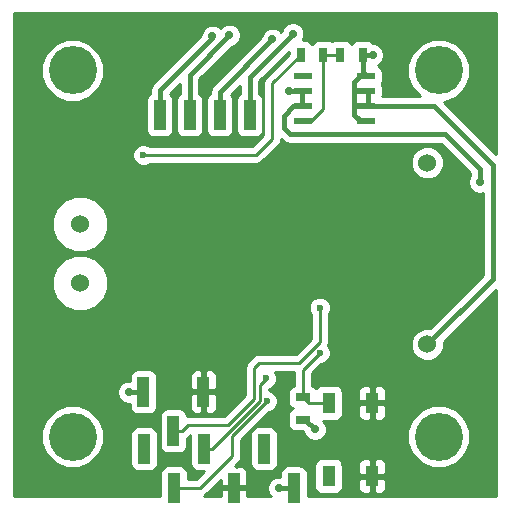
<source format=gbr>
G04 #@! TF.FileFunction,Copper,L1,Top,Signal*
%FSLAX46Y46*%
G04 Gerber Fmt 4.6, Leading zero omitted, Abs format (unit mm)*
G04 Created by KiCad (PCBNEW 4.0.6) date Sunday, 03. June 2018 14:30:46*
%MOMM*%
%LPD*%
G01*
G04 APERTURE LIST*
%ADD10C,0.100000*%
%ADD11R,1.300000X0.700000*%
%ADD12R,1.100000X1.800000*%
%ADD13C,4.064000*%
%ADD14R,1.000000X2.510000*%
%ADD15C,1.524000*%
%ADD16R,0.700000X1.300000*%
%ADD17R,1.550000X0.600000*%
%ADD18C,0.700000*%
%ADD19C,0.600000*%
%ADD20C,0.400000*%
%ADD21C,0.250000*%
%ADD22C,0.254000*%
G04 APERTURE END LIST*
D10*
D11*
X201168000Y-72374800D03*
X201168000Y-70474800D03*
D12*
X207031200Y-70966400D03*
X207031200Y-77166400D03*
X203331200Y-70966400D03*
X203331200Y-77166400D03*
D13*
X181654800Y-42818400D03*
X212654800Y-42818400D03*
X181654800Y-73818400D03*
X212654800Y-73818400D03*
D14*
X190246000Y-78159800D03*
X195326000Y-78159800D03*
X200406000Y-78159800D03*
X187706000Y-74849800D03*
X192786000Y-74849800D03*
X197866000Y-74849800D03*
X190195200Y-73333800D03*
X187655200Y-70023800D03*
X192735200Y-70023800D03*
D15*
X182302400Y-55818400D03*
X182302400Y-60818400D03*
X211702400Y-50618400D03*
X211702400Y-66018400D03*
D16*
X200980000Y-41503600D03*
X202880000Y-41503600D03*
X206232800Y-41503600D03*
X204332800Y-41503600D03*
D14*
X194106800Y-46583600D03*
X189026800Y-46583600D03*
X196646800Y-46583600D03*
X191566800Y-46583600D03*
D17*
X206535000Y-47117000D03*
X206535000Y-45847000D03*
X206535000Y-44577000D03*
X206535000Y-43307000D03*
X201135000Y-43307000D03*
X201135000Y-44577000D03*
X201135000Y-45847000D03*
X201135000Y-47117000D03*
D18*
X207060800Y-41503600D03*
X202184000Y-73202800D03*
X186436000Y-70053200D03*
X199136000Y-78181200D03*
D19*
X204787500Y-39624000D03*
X190246000Y-55473600D03*
X202996800Y-60909200D03*
X191719200Y-66903600D03*
X213207600Y-58115200D03*
X209753200Y-53949600D03*
D18*
X199961500Y-44577000D03*
X216154000Y-52260500D03*
D19*
X198018400Y-68884800D03*
X198120000Y-70815200D03*
X202575142Y-66735942D03*
X202590400Y-62890400D03*
D18*
X200304400Y-39725600D03*
X198577200Y-40182800D03*
X194919600Y-39827200D03*
X193497200Y-39928800D03*
D19*
X187642500Y-49974500D03*
D20*
X206232800Y-41503600D02*
X206232800Y-42910800D01*
X206232800Y-42910800D02*
X206629000Y-43307000D01*
X206629000Y-47117000D02*
X206057500Y-47117000D01*
X206057500Y-47117000D02*
X205486000Y-46545500D01*
X205486000Y-46545500D02*
X205486000Y-43815000D01*
X205486000Y-43815000D02*
X205994000Y-43307000D01*
X205994000Y-43307000D02*
X206629000Y-43307000D01*
X206232800Y-41503600D02*
X207060800Y-41503600D01*
X201168000Y-72374800D02*
X201356000Y-72374800D01*
X201356000Y-72374800D02*
X202184000Y-73202800D01*
X187655200Y-70023800D02*
X186465400Y-70023800D01*
X186465400Y-70023800D02*
X186436000Y-70053200D01*
X200406000Y-78159800D02*
X199157400Y-78159800D01*
X199157400Y-78159800D02*
X199136000Y-78181200D01*
X199961500Y-44577000D02*
X201041000Y-44577000D01*
X200342500Y-45847000D02*
X199517000Y-46672500D01*
X199517000Y-46672500D02*
X199517000Y-47688500D01*
X199517000Y-47688500D02*
X200025000Y-48196500D01*
X200025000Y-48196500D02*
X213169500Y-48196500D01*
X213169500Y-48196500D02*
X216154000Y-51181000D01*
X216154000Y-51181000D02*
X216154000Y-52260500D01*
X201041000Y-45847000D02*
X200342500Y-45847000D01*
X201041000Y-44577000D02*
X201041000Y-45847000D01*
D21*
X197494999Y-69459001D02*
X198018400Y-68935600D01*
X198018400Y-68935600D02*
X198018400Y-68884800D01*
X197494999Y-69509801D02*
X197494999Y-69459001D01*
X197319195Y-70979595D02*
X197494999Y-70803791D01*
X197494999Y-70803791D02*
X197494999Y-69509801D01*
X195998395Y-72300395D02*
X197319195Y-70979595D01*
X192786000Y-74849800D02*
X193448990Y-74849800D01*
X193448990Y-74849800D02*
X195998395Y-72300395D01*
X195173600Y-73761600D02*
X195665401Y-73269799D01*
X195665401Y-73269799D02*
X198120000Y-70815200D01*
X195173600Y-75438000D02*
X195173600Y-73761600D01*
X192451800Y-78159800D02*
X195173600Y-75438000D01*
X190246000Y-78159800D02*
X192451800Y-78159800D01*
X202575142Y-66735942D02*
X201168000Y-68143084D01*
X201168000Y-68143084D02*
X201168000Y-70474800D01*
X203331200Y-70966400D02*
X201659600Y-70966400D01*
X201659600Y-70966400D02*
X201168000Y-70474800D01*
X202590400Y-63957200D02*
X202590400Y-62890400D01*
X202590400Y-65836800D02*
X202590400Y-63957200D01*
X200863200Y-67564000D02*
X202590400Y-65836800D01*
X197459600Y-67564000D02*
X200863200Y-67564000D01*
X197044989Y-67978611D02*
X197459600Y-67564000D01*
X195548386Y-72113994D02*
X197044989Y-70617391D01*
X197044989Y-70617391D02*
X197044989Y-67978611D01*
X191431800Y-72847200D02*
X194815180Y-72847200D01*
X194815180Y-72847200D02*
X195548386Y-72113994D01*
X190195200Y-73333800D02*
X190945200Y-73333800D01*
X190945200Y-73333800D02*
X191431800Y-72847200D01*
D20*
X196646800Y-46583600D02*
X196646800Y-43383200D01*
X196646800Y-43383200D02*
X200304400Y-39725600D01*
X194106800Y-46583600D02*
X194106800Y-44653200D01*
X194106800Y-44653200D02*
X198577200Y-40182800D01*
X191566800Y-43180000D02*
X194919600Y-39827200D01*
X191566800Y-46583600D02*
X191566800Y-43180000D01*
X193497200Y-40030400D02*
X193497200Y-39928800D01*
X189026800Y-44500800D02*
X193497200Y-40030400D01*
X189026800Y-46583600D02*
X189026800Y-44500800D01*
X206629000Y-45847000D02*
X212280500Y-45847000D01*
X217233500Y-60487300D02*
X211702400Y-66018400D01*
X217233500Y-50800000D02*
X217233500Y-60487300D01*
X212280500Y-45847000D02*
X217233500Y-50800000D01*
X206629000Y-44577000D02*
X206629000Y-45847000D01*
D21*
X187642500Y-49974500D02*
X197167500Y-49974500D01*
X197167500Y-49974500D02*
X198564500Y-48577500D01*
X198564500Y-48577500D02*
X198564500Y-43919100D01*
X198564500Y-43919100D02*
X200980000Y-41503600D01*
X200980000Y-41503600D02*
X200980000Y-41640800D01*
X201041000Y-47117000D02*
X201803000Y-47117000D01*
X202880000Y-46040000D02*
X202880000Y-41503600D01*
X201803000Y-47117000D02*
X202880000Y-46040000D01*
X202880000Y-41503600D02*
X204332800Y-41503600D01*
X204332800Y-41503600D02*
X204332800Y-41620400D01*
D22*
G36*
X217539500Y-49925132D02*
X213100158Y-45485790D01*
X213182972Y-45485862D01*
X214163561Y-45080691D01*
X214914455Y-44331107D01*
X215321336Y-43351227D01*
X215322262Y-42290228D01*
X214917091Y-41309639D01*
X214167507Y-40558745D01*
X213187627Y-40151864D01*
X212126628Y-40150938D01*
X211146039Y-40556109D01*
X210395145Y-41305693D01*
X209988264Y-42285573D01*
X209987338Y-43346572D01*
X210392509Y-44327161D01*
X211076153Y-45012000D01*
X207887646Y-45012000D01*
X207911440Y-44894500D01*
X207911440Y-44259500D01*
X207867162Y-44024183D01*
X207814920Y-43942997D01*
X207860431Y-43876390D01*
X207911440Y-43624500D01*
X207911440Y-42989500D01*
X207867162Y-42754183D01*
X207728090Y-42538059D01*
X207515890Y-42393069D01*
X207496827Y-42389209D01*
X207618029Y-42339129D01*
X207895355Y-42062286D01*
X208045628Y-41700388D01*
X208045970Y-41308531D01*
X207896329Y-40946371D01*
X207619486Y-40669045D01*
X207257588Y-40518772D01*
X207121852Y-40518654D01*
X207046890Y-40402159D01*
X206834690Y-40257169D01*
X206582800Y-40206160D01*
X205882800Y-40206160D01*
X205647483Y-40250438D01*
X205431359Y-40389510D01*
X205286369Y-40601710D01*
X205283719Y-40614797D01*
X205146890Y-40402159D01*
X204934690Y-40257169D01*
X204682800Y-40206160D01*
X203982800Y-40206160D01*
X203747483Y-40250438D01*
X203605631Y-40341717D01*
X203481890Y-40257169D01*
X203230000Y-40206160D01*
X202530000Y-40206160D01*
X202294683Y-40250438D01*
X202078559Y-40389510D01*
X201933569Y-40601710D01*
X201930919Y-40614797D01*
X201794090Y-40402159D01*
X201581890Y-40257169D01*
X201330000Y-40206160D01*
X201171396Y-40206160D01*
X201289228Y-39922388D01*
X201289570Y-39530531D01*
X201139929Y-39168371D01*
X200863086Y-38891045D01*
X200501188Y-38740772D01*
X200109331Y-38740430D01*
X199747171Y-38890071D01*
X199469845Y-39166914D01*
X199319572Y-39528812D01*
X199319571Y-39529561D01*
X199318227Y-39530905D01*
X199135886Y-39348245D01*
X198773988Y-39197972D01*
X198382131Y-39197630D01*
X198019971Y-39347271D01*
X197742645Y-39624114D01*
X197592372Y-39986012D01*
X197592371Y-39986761D01*
X193516366Y-44062766D01*
X193335361Y-44333659D01*
X193271800Y-44653200D01*
X193271800Y-44789582D01*
X193155359Y-44864510D01*
X193010369Y-45076710D01*
X192959360Y-45328600D01*
X192959360Y-47838600D01*
X193003638Y-48073917D01*
X193142710Y-48290041D01*
X193354910Y-48435031D01*
X193606800Y-48486040D01*
X194606800Y-48486040D01*
X194842117Y-48441762D01*
X195058241Y-48302690D01*
X195203231Y-48090490D01*
X195254240Y-47838600D01*
X195254240Y-45328600D01*
X195209962Y-45093283D01*
X195070890Y-44877159D01*
X195066624Y-44874244D01*
X195811800Y-44129068D01*
X195811800Y-44789582D01*
X195695359Y-44864510D01*
X195550369Y-45076710D01*
X195499360Y-45328600D01*
X195499360Y-47838600D01*
X195543638Y-48073917D01*
X195682710Y-48290041D01*
X195894910Y-48435031D01*
X196146800Y-48486040D01*
X197146800Y-48486040D01*
X197382117Y-48441762D01*
X197598241Y-48302690D01*
X197743231Y-48090490D01*
X197794240Y-47838600D01*
X197794240Y-45328600D01*
X197749962Y-45093283D01*
X197610890Y-44877159D01*
X197481800Y-44788956D01*
X197481800Y-43729068D01*
X199982560Y-41228308D01*
X199982560Y-41426238D01*
X198027099Y-43381699D01*
X197862352Y-43628261D01*
X197804500Y-43919100D01*
X197804500Y-48262698D01*
X196852698Y-49214500D01*
X188204963Y-49214500D01*
X188172827Y-49182308D01*
X187829299Y-49039662D01*
X187457333Y-49039338D01*
X187113557Y-49181383D01*
X186850308Y-49444173D01*
X186707662Y-49787701D01*
X186707338Y-50159667D01*
X186849383Y-50503443D01*
X187112173Y-50766692D01*
X187455701Y-50909338D01*
X187827667Y-50909662D01*
X187863004Y-50895061D01*
X210305158Y-50895061D01*
X210517390Y-51408703D01*
X210910030Y-51802029D01*
X211423300Y-52015157D01*
X211979061Y-52015642D01*
X212492703Y-51803410D01*
X212886029Y-51410770D01*
X213099157Y-50897500D01*
X213099642Y-50341739D01*
X212887410Y-49828097D01*
X212494770Y-49434771D01*
X211981500Y-49221643D01*
X211425739Y-49221158D01*
X210912097Y-49433390D01*
X210518771Y-49826030D01*
X210305643Y-50339300D01*
X210305158Y-50895061D01*
X187863004Y-50895061D01*
X188171443Y-50767617D01*
X188204618Y-50734500D01*
X197167500Y-50734500D01*
X197458339Y-50676648D01*
X197704901Y-50511901D01*
X199101901Y-49114901D01*
X199266648Y-48868340D01*
X199308014Y-48660382D01*
X199434565Y-48786934D01*
X199556397Y-48868339D01*
X199705459Y-48967939D01*
X200025000Y-49031500D01*
X212823632Y-49031500D01*
X215319000Y-51526868D01*
X215319000Y-51702886D01*
X215169172Y-52063712D01*
X215168830Y-52455569D01*
X215318471Y-52817729D01*
X215595314Y-53095055D01*
X215957212Y-53245328D01*
X216349069Y-53245670D01*
X216398500Y-53225246D01*
X216398500Y-60141432D01*
X211918344Y-64621588D01*
X211425739Y-64621158D01*
X210912097Y-64833390D01*
X210518771Y-65226030D01*
X210305643Y-65739300D01*
X210305158Y-66295061D01*
X210517390Y-66808703D01*
X210910030Y-67202029D01*
X211423300Y-67415157D01*
X211979061Y-67415642D01*
X212492703Y-67203410D01*
X212886029Y-66810770D01*
X213099157Y-66297500D01*
X213099589Y-65802079D01*
X217539500Y-61362168D01*
X217539500Y-78855500D01*
X201553440Y-78855500D01*
X201553440Y-76904800D01*
X201509162Y-76669483D01*
X201370090Y-76453359D01*
X201157890Y-76308369D01*
X200950641Y-76266400D01*
X202133760Y-76266400D01*
X202133760Y-78066400D01*
X202178038Y-78301717D01*
X202317110Y-78517841D01*
X202529310Y-78662831D01*
X202781200Y-78713840D01*
X203881200Y-78713840D01*
X204116517Y-78669562D01*
X204332641Y-78530490D01*
X204477631Y-78318290D01*
X204528640Y-78066400D01*
X204528640Y-77452150D01*
X205846200Y-77452150D01*
X205846200Y-78192709D01*
X205942873Y-78426098D01*
X206121501Y-78604727D01*
X206354890Y-78701400D01*
X206745450Y-78701400D01*
X206904200Y-78542650D01*
X206904200Y-77293400D01*
X207158200Y-77293400D01*
X207158200Y-78542650D01*
X207316950Y-78701400D01*
X207707510Y-78701400D01*
X207940899Y-78604727D01*
X208119527Y-78426098D01*
X208216200Y-78192709D01*
X208216200Y-77452150D01*
X208057450Y-77293400D01*
X207158200Y-77293400D01*
X206904200Y-77293400D01*
X206004950Y-77293400D01*
X205846200Y-77452150D01*
X204528640Y-77452150D01*
X204528640Y-76266400D01*
X204504874Y-76140091D01*
X205846200Y-76140091D01*
X205846200Y-76880650D01*
X206004950Y-77039400D01*
X206904200Y-77039400D01*
X206904200Y-75790150D01*
X207158200Y-75790150D01*
X207158200Y-77039400D01*
X208057450Y-77039400D01*
X208216200Y-76880650D01*
X208216200Y-76140091D01*
X208119527Y-75906702D01*
X207940899Y-75728073D01*
X207707510Y-75631400D01*
X207316950Y-75631400D01*
X207158200Y-75790150D01*
X206904200Y-75790150D01*
X206745450Y-75631400D01*
X206354890Y-75631400D01*
X206121501Y-75728073D01*
X205942873Y-75906702D01*
X205846200Y-76140091D01*
X204504874Y-76140091D01*
X204484362Y-76031083D01*
X204345290Y-75814959D01*
X204133090Y-75669969D01*
X203881200Y-75618960D01*
X202781200Y-75618960D01*
X202545883Y-75663238D01*
X202329759Y-75802310D01*
X202184769Y-76014510D01*
X202133760Y-76266400D01*
X200950641Y-76266400D01*
X200906000Y-76257360D01*
X199906000Y-76257360D01*
X199670683Y-76301638D01*
X199454559Y-76440710D01*
X199309569Y-76652910D01*
X199258560Y-76904800D01*
X199258560Y-77196307D01*
X198940931Y-77196030D01*
X198578771Y-77345671D01*
X198301445Y-77622514D01*
X198151172Y-77984412D01*
X198150830Y-78376269D01*
X198300471Y-78738429D01*
X198417338Y-78855500D01*
X196461000Y-78855500D01*
X196461000Y-78445550D01*
X196302250Y-78286800D01*
X195453000Y-78286800D01*
X195453000Y-78306800D01*
X195199000Y-78306800D01*
X195199000Y-78286800D01*
X194349750Y-78286800D01*
X194191000Y-78445550D01*
X194191000Y-78855500D01*
X192752289Y-78855500D01*
X192989201Y-78697201D01*
X194191000Y-77495402D01*
X194191000Y-77874050D01*
X194349750Y-78032800D01*
X195199000Y-78032800D01*
X195199000Y-78012800D01*
X195453000Y-78012800D01*
X195453000Y-78032800D01*
X196302250Y-78032800D01*
X196461000Y-77874050D01*
X196461000Y-76778491D01*
X196364327Y-76545102D01*
X196185699Y-76366473D01*
X195952310Y-76269800D01*
X195611750Y-76269800D01*
X195453002Y-76428548D01*
X195453002Y-76269800D01*
X195416602Y-76269800D01*
X195711001Y-75975401D01*
X195875748Y-75728840D01*
X195897604Y-75618960D01*
X195933600Y-75438000D01*
X195933600Y-74076402D01*
X196415202Y-73594800D01*
X196718560Y-73594800D01*
X196718560Y-76104800D01*
X196762838Y-76340117D01*
X196901910Y-76556241D01*
X197114110Y-76701231D01*
X197366000Y-76752240D01*
X198366000Y-76752240D01*
X198601317Y-76707962D01*
X198817441Y-76568890D01*
X198962431Y-76356690D01*
X199013440Y-76104800D01*
X199013440Y-74346572D01*
X209987338Y-74346572D01*
X210392509Y-75327161D01*
X211142093Y-76078055D01*
X212121973Y-76484936D01*
X213182972Y-76485862D01*
X214163561Y-76080691D01*
X214914455Y-75331107D01*
X215321336Y-74351227D01*
X215322262Y-73290228D01*
X214917091Y-72309639D01*
X214167507Y-71558745D01*
X213187627Y-71151864D01*
X212126628Y-71150938D01*
X211146039Y-71556109D01*
X210395145Y-72305693D01*
X209988264Y-73285573D01*
X209987338Y-74346572D01*
X199013440Y-74346572D01*
X199013440Y-73594800D01*
X198969162Y-73359483D01*
X198830090Y-73143359D01*
X198617890Y-72998369D01*
X198366000Y-72947360D01*
X197366000Y-72947360D01*
X197130683Y-72991638D01*
X196914559Y-73130710D01*
X196769569Y-73342910D01*
X196718560Y-73594800D01*
X196415202Y-73594800D01*
X198259680Y-71750322D01*
X198305167Y-71750362D01*
X198648943Y-71608317D01*
X198912192Y-71345527D01*
X199054838Y-71001999D01*
X199055162Y-70630033D01*
X198913117Y-70286257D01*
X198650327Y-70023008D01*
X198306799Y-69880362D01*
X198254999Y-69880317D01*
X198254999Y-69798711D01*
X198547343Y-69677917D01*
X198810592Y-69415127D01*
X198953238Y-69071599D01*
X198953562Y-68699633D01*
X198811517Y-68355857D01*
X198779716Y-68324000D01*
X200408000Y-68324000D01*
X200408000Y-69498058D01*
X200282683Y-69521638D01*
X200066559Y-69660710D01*
X199921569Y-69872910D01*
X199870560Y-70124800D01*
X199870560Y-70824800D01*
X199914838Y-71060117D01*
X200053910Y-71276241D01*
X200266110Y-71421231D01*
X200279197Y-71423881D01*
X200066559Y-71560710D01*
X199921569Y-71772910D01*
X199870560Y-72024800D01*
X199870560Y-72724800D01*
X199914838Y-72960117D01*
X200053910Y-73176241D01*
X200266110Y-73321231D01*
X200518000Y-73372240D01*
X201172572Y-73372240D01*
X201199273Y-73398941D01*
X201348471Y-73760029D01*
X201625314Y-74037355D01*
X201987212Y-74187628D01*
X202379069Y-74187970D01*
X202741229Y-74038329D01*
X203018555Y-73761486D01*
X203168828Y-73399588D01*
X203169170Y-73007731D01*
X203019529Y-72645571D01*
X202888027Y-72513840D01*
X203881200Y-72513840D01*
X204116517Y-72469562D01*
X204332641Y-72330490D01*
X204477631Y-72118290D01*
X204528640Y-71866400D01*
X204528640Y-71252150D01*
X205846200Y-71252150D01*
X205846200Y-71992709D01*
X205942873Y-72226098D01*
X206121501Y-72404727D01*
X206354890Y-72501400D01*
X206745450Y-72501400D01*
X206904200Y-72342650D01*
X206904200Y-71093400D01*
X207158200Y-71093400D01*
X207158200Y-72342650D01*
X207316950Y-72501400D01*
X207707510Y-72501400D01*
X207940899Y-72404727D01*
X208119527Y-72226098D01*
X208216200Y-71992709D01*
X208216200Y-71252150D01*
X208057450Y-71093400D01*
X207158200Y-71093400D01*
X206904200Y-71093400D01*
X206004950Y-71093400D01*
X205846200Y-71252150D01*
X204528640Y-71252150D01*
X204528640Y-70066400D01*
X204504874Y-69940091D01*
X205846200Y-69940091D01*
X205846200Y-70680650D01*
X206004950Y-70839400D01*
X206904200Y-70839400D01*
X206904200Y-69590150D01*
X207158200Y-69590150D01*
X207158200Y-70839400D01*
X208057450Y-70839400D01*
X208216200Y-70680650D01*
X208216200Y-69940091D01*
X208119527Y-69706702D01*
X207940899Y-69528073D01*
X207707510Y-69431400D01*
X207316950Y-69431400D01*
X207158200Y-69590150D01*
X206904200Y-69590150D01*
X206745450Y-69431400D01*
X206354890Y-69431400D01*
X206121501Y-69528073D01*
X205942873Y-69706702D01*
X205846200Y-69940091D01*
X204504874Y-69940091D01*
X204484362Y-69831083D01*
X204345290Y-69614959D01*
X204133090Y-69469969D01*
X203881200Y-69418960D01*
X202781200Y-69418960D01*
X202545883Y-69463238D01*
X202329759Y-69602310D01*
X202281492Y-69672951D01*
X202069890Y-69528369D01*
X201928000Y-69499636D01*
X201928000Y-68457886D01*
X202714822Y-67671064D01*
X202760309Y-67671104D01*
X203104085Y-67529059D01*
X203367334Y-67266269D01*
X203509980Y-66922741D01*
X203510304Y-66550775D01*
X203368259Y-66206999D01*
X203291140Y-66129746D01*
X203292548Y-66127639D01*
X203350400Y-65836800D01*
X203350400Y-63452863D01*
X203382592Y-63420727D01*
X203525238Y-63077199D01*
X203525562Y-62705233D01*
X203383517Y-62361457D01*
X203120727Y-62098208D01*
X202777199Y-61955562D01*
X202405233Y-61955238D01*
X202061457Y-62097283D01*
X201798208Y-62360073D01*
X201655562Y-62703601D01*
X201655238Y-63075567D01*
X201797283Y-63419343D01*
X201830400Y-63452518D01*
X201830400Y-65521998D01*
X200548398Y-66804000D01*
X197459600Y-66804000D01*
X197168761Y-66861852D01*
X197168759Y-66861853D01*
X197168760Y-66861853D01*
X196922198Y-67026599D01*
X196507588Y-67441210D01*
X196342841Y-67687772D01*
X196284989Y-67978611D01*
X196284989Y-70302589D01*
X194500378Y-72087200D01*
X191431800Y-72087200D01*
X191342640Y-72104935D01*
X191342640Y-72078800D01*
X191298362Y-71843483D01*
X191159290Y-71627359D01*
X190947090Y-71482369D01*
X190695200Y-71431360D01*
X189695200Y-71431360D01*
X189459883Y-71475638D01*
X189243759Y-71614710D01*
X189098769Y-71826910D01*
X189047760Y-72078800D01*
X189047760Y-74588800D01*
X189092038Y-74824117D01*
X189231110Y-75040241D01*
X189443310Y-75185231D01*
X189695200Y-75236240D01*
X190695200Y-75236240D01*
X190930517Y-75191962D01*
X191146641Y-75052890D01*
X191291631Y-74840690D01*
X191342640Y-74588800D01*
X191342640Y-73964720D01*
X191482601Y-73871201D01*
X191638560Y-73715242D01*
X191638560Y-76104800D01*
X191682838Y-76340117D01*
X191821910Y-76556241D01*
X192034110Y-76701231D01*
X192286000Y-76752240D01*
X192784558Y-76752240D01*
X192136998Y-77399800D01*
X191393440Y-77399800D01*
X191393440Y-76904800D01*
X191349162Y-76669483D01*
X191210090Y-76453359D01*
X190997890Y-76308369D01*
X190746000Y-76257360D01*
X189746000Y-76257360D01*
X189510683Y-76301638D01*
X189294559Y-76440710D01*
X189149569Y-76652910D01*
X189098560Y-76904800D01*
X189098560Y-78855500D01*
X176668500Y-78855500D01*
X176668500Y-74346572D01*
X178987338Y-74346572D01*
X179392509Y-75327161D01*
X180142093Y-76078055D01*
X181121973Y-76484936D01*
X182182972Y-76485862D01*
X183163561Y-76080691D01*
X183914455Y-75331107D01*
X184321336Y-74351227D01*
X184321996Y-73594800D01*
X186558560Y-73594800D01*
X186558560Y-76104800D01*
X186602838Y-76340117D01*
X186741910Y-76556241D01*
X186954110Y-76701231D01*
X187206000Y-76752240D01*
X188206000Y-76752240D01*
X188441317Y-76707962D01*
X188657441Y-76568890D01*
X188802431Y-76356690D01*
X188853440Y-76104800D01*
X188853440Y-73594800D01*
X188809162Y-73359483D01*
X188670090Y-73143359D01*
X188457890Y-72998369D01*
X188206000Y-72947360D01*
X187206000Y-72947360D01*
X186970683Y-72991638D01*
X186754559Y-73130710D01*
X186609569Y-73342910D01*
X186558560Y-73594800D01*
X184321996Y-73594800D01*
X184322262Y-73290228D01*
X183917091Y-72309639D01*
X183167507Y-71558745D01*
X182187627Y-71151864D01*
X181126628Y-71150938D01*
X180146039Y-71556109D01*
X179395145Y-72305693D01*
X178988264Y-73285573D01*
X178987338Y-74346572D01*
X176668500Y-74346572D01*
X176668500Y-70248269D01*
X185450830Y-70248269D01*
X185600471Y-70610429D01*
X185877314Y-70887755D01*
X186239212Y-71038028D01*
X186507760Y-71038262D01*
X186507760Y-71278800D01*
X186552038Y-71514117D01*
X186691110Y-71730241D01*
X186903310Y-71875231D01*
X187155200Y-71926240D01*
X188155200Y-71926240D01*
X188390517Y-71881962D01*
X188606641Y-71742890D01*
X188751631Y-71530690D01*
X188802640Y-71278800D01*
X188802640Y-70309550D01*
X191600200Y-70309550D01*
X191600200Y-71405109D01*
X191696873Y-71638498D01*
X191875501Y-71817127D01*
X192108890Y-71913800D01*
X192449450Y-71913800D01*
X192608200Y-71755050D01*
X192608200Y-70150800D01*
X192862200Y-70150800D01*
X192862200Y-71755050D01*
X193020950Y-71913800D01*
X193361510Y-71913800D01*
X193594899Y-71817127D01*
X193773527Y-71638498D01*
X193870200Y-71405109D01*
X193870200Y-70309550D01*
X193711450Y-70150800D01*
X192862200Y-70150800D01*
X192608200Y-70150800D01*
X191758950Y-70150800D01*
X191600200Y-70309550D01*
X188802640Y-70309550D01*
X188802640Y-68768800D01*
X188778874Y-68642491D01*
X191600200Y-68642491D01*
X191600200Y-69738050D01*
X191758950Y-69896800D01*
X192608200Y-69896800D01*
X192608200Y-68292550D01*
X192862200Y-68292550D01*
X192862200Y-69896800D01*
X193711450Y-69896800D01*
X193870200Y-69738050D01*
X193870200Y-68642491D01*
X193773527Y-68409102D01*
X193594899Y-68230473D01*
X193361510Y-68133800D01*
X193020950Y-68133800D01*
X192862200Y-68292550D01*
X192608200Y-68292550D01*
X192449450Y-68133800D01*
X192108890Y-68133800D01*
X191875501Y-68230473D01*
X191696873Y-68409102D01*
X191600200Y-68642491D01*
X188778874Y-68642491D01*
X188758362Y-68533483D01*
X188619290Y-68317359D01*
X188407090Y-68172369D01*
X188155200Y-68121360D01*
X187155200Y-68121360D01*
X186919883Y-68165638D01*
X186703759Y-68304710D01*
X186558769Y-68516910D01*
X186507760Y-68768800D01*
X186507760Y-69068263D01*
X186240931Y-69068030D01*
X185878771Y-69217671D01*
X185601445Y-69494514D01*
X185451172Y-69856412D01*
X185450830Y-70248269D01*
X176668500Y-70248269D01*
X176668500Y-61291517D01*
X179912986Y-61291517D01*
X180275924Y-62169892D01*
X180947373Y-62842514D01*
X181825114Y-63206984D01*
X182775517Y-63207814D01*
X183653892Y-62844876D01*
X184326514Y-62173427D01*
X184690984Y-61295686D01*
X184691814Y-60345283D01*
X184328876Y-59466908D01*
X183657427Y-58794286D01*
X182779686Y-58429816D01*
X181829283Y-58428986D01*
X180950908Y-58791924D01*
X180278286Y-59463373D01*
X179913816Y-60341114D01*
X179912986Y-61291517D01*
X176668500Y-61291517D01*
X176668500Y-56291517D01*
X179912986Y-56291517D01*
X180275924Y-57169892D01*
X180947373Y-57842514D01*
X181825114Y-58206984D01*
X182775517Y-58207814D01*
X183653892Y-57844876D01*
X184326514Y-57173427D01*
X184690984Y-56295686D01*
X184691814Y-55345283D01*
X184328876Y-54466908D01*
X183657427Y-53794286D01*
X182779686Y-53429816D01*
X181829283Y-53428986D01*
X180950908Y-53791924D01*
X180278286Y-54463373D01*
X179913816Y-55341114D01*
X179912986Y-56291517D01*
X176668500Y-56291517D01*
X176668500Y-43346572D01*
X178987338Y-43346572D01*
X179392509Y-44327161D01*
X180142093Y-45078055D01*
X181121973Y-45484936D01*
X182182972Y-45485862D01*
X182563575Y-45328600D01*
X187879360Y-45328600D01*
X187879360Y-47838600D01*
X187923638Y-48073917D01*
X188062710Y-48290041D01*
X188274910Y-48435031D01*
X188526800Y-48486040D01*
X189526800Y-48486040D01*
X189762117Y-48441762D01*
X189978241Y-48302690D01*
X190123231Y-48090490D01*
X190174240Y-47838600D01*
X190174240Y-45328600D01*
X190129962Y-45093283D01*
X189990890Y-44877159D01*
X189896086Y-44812382D01*
X190731800Y-43976668D01*
X190731800Y-44789582D01*
X190615359Y-44864510D01*
X190470369Y-45076710D01*
X190419360Y-45328600D01*
X190419360Y-47838600D01*
X190463638Y-48073917D01*
X190602710Y-48290041D01*
X190814910Y-48435031D01*
X191066800Y-48486040D01*
X192066800Y-48486040D01*
X192302117Y-48441762D01*
X192518241Y-48302690D01*
X192663231Y-48090490D01*
X192714240Y-47838600D01*
X192714240Y-45328600D01*
X192669962Y-45093283D01*
X192530890Y-44877159D01*
X192401800Y-44788956D01*
X192401800Y-43525868D01*
X195115741Y-40811927D01*
X195476829Y-40662729D01*
X195754155Y-40385886D01*
X195904428Y-40023988D01*
X195904770Y-39632131D01*
X195755129Y-39269971D01*
X195478286Y-38992645D01*
X195116388Y-38842372D01*
X194724531Y-38842030D01*
X194362371Y-38991671D01*
X194157574Y-39196111D01*
X194055886Y-39094245D01*
X193693988Y-38943972D01*
X193302131Y-38943630D01*
X192939971Y-39093271D01*
X192662645Y-39370114D01*
X192512372Y-39732012D01*
X192512283Y-39834449D01*
X188436366Y-43910366D01*
X188255361Y-44181259D01*
X188191800Y-44500800D01*
X188191800Y-44789582D01*
X188075359Y-44864510D01*
X187930369Y-45076710D01*
X187879360Y-45328600D01*
X182563575Y-45328600D01*
X183163561Y-45080691D01*
X183914455Y-44331107D01*
X184321336Y-43351227D01*
X184322262Y-42290228D01*
X183917091Y-41309639D01*
X183167507Y-40558745D01*
X182187627Y-40151864D01*
X181126628Y-40150938D01*
X180146039Y-40556109D01*
X179395145Y-41305693D01*
X178988264Y-42285573D01*
X178987338Y-43346572D01*
X176668500Y-43346572D01*
X176668500Y-37984500D01*
X217539500Y-37984500D01*
X217539500Y-49925132D01*
X217539500Y-49925132D01*
G37*
X217539500Y-49925132D02*
X213100158Y-45485790D01*
X213182972Y-45485862D01*
X214163561Y-45080691D01*
X214914455Y-44331107D01*
X215321336Y-43351227D01*
X215322262Y-42290228D01*
X214917091Y-41309639D01*
X214167507Y-40558745D01*
X213187627Y-40151864D01*
X212126628Y-40150938D01*
X211146039Y-40556109D01*
X210395145Y-41305693D01*
X209988264Y-42285573D01*
X209987338Y-43346572D01*
X210392509Y-44327161D01*
X211076153Y-45012000D01*
X207887646Y-45012000D01*
X207911440Y-44894500D01*
X207911440Y-44259500D01*
X207867162Y-44024183D01*
X207814920Y-43942997D01*
X207860431Y-43876390D01*
X207911440Y-43624500D01*
X207911440Y-42989500D01*
X207867162Y-42754183D01*
X207728090Y-42538059D01*
X207515890Y-42393069D01*
X207496827Y-42389209D01*
X207618029Y-42339129D01*
X207895355Y-42062286D01*
X208045628Y-41700388D01*
X208045970Y-41308531D01*
X207896329Y-40946371D01*
X207619486Y-40669045D01*
X207257588Y-40518772D01*
X207121852Y-40518654D01*
X207046890Y-40402159D01*
X206834690Y-40257169D01*
X206582800Y-40206160D01*
X205882800Y-40206160D01*
X205647483Y-40250438D01*
X205431359Y-40389510D01*
X205286369Y-40601710D01*
X205283719Y-40614797D01*
X205146890Y-40402159D01*
X204934690Y-40257169D01*
X204682800Y-40206160D01*
X203982800Y-40206160D01*
X203747483Y-40250438D01*
X203605631Y-40341717D01*
X203481890Y-40257169D01*
X203230000Y-40206160D01*
X202530000Y-40206160D01*
X202294683Y-40250438D01*
X202078559Y-40389510D01*
X201933569Y-40601710D01*
X201930919Y-40614797D01*
X201794090Y-40402159D01*
X201581890Y-40257169D01*
X201330000Y-40206160D01*
X201171396Y-40206160D01*
X201289228Y-39922388D01*
X201289570Y-39530531D01*
X201139929Y-39168371D01*
X200863086Y-38891045D01*
X200501188Y-38740772D01*
X200109331Y-38740430D01*
X199747171Y-38890071D01*
X199469845Y-39166914D01*
X199319572Y-39528812D01*
X199319571Y-39529561D01*
X199318227Y-39530905D01*
X199135886Y-39348245D01*
X198773988Y-39197972D01*
X198382131Y-39197630D01*
X198019971Y-39347271D01*
X197742645Y-39624114D01*
X197592372Y-39986012D01*
X197592371Y-39986761D01*
X193516366Y-44062766D01*
X193335361Y-44333659D01*
X193271800Y-44653200D01*
X193271800Y-44789582D01*
X193155359Y-44864510D01*
X193010369Y-45076710D01*
X192959360Y-45328600D01*
X192959360Y-47838600D01*
X193003638Y-48073917D01*
X193142710Y-48290041D01*
X193354910Y-48435031D01*
X193606800Y-48486040D01*
X194606800Y-48486040D01*
X194842117Y-48441762D01*
X195058241Y-48302690D01*
X195203231Y-48090490D01*
X195254240Y-47838600D01*
X195254240Y-45328600D01*
X195209962Y-45093283D01*
X195070890Y-44877159D01*
X195066624Y-44874244D01*
X195811800Y-44129068D01*
X195811800Y-44789582D01*
X195695359Y-44864510D01*
X195550369Y-45076710D01*
X195499360Y-45328600D01*
X195499360Y-47838600D01*
X195543638Y-48073917D01*
X195682710Y-48290041D01*
X195894910Y-48435031D01*
X196146800Y-48486040D01*
X197146800Y-48486040D01*
X197382117Y-48441762D01*
X197598241Y-48302690D01*
X197743231Y-48090490D01*
X197794240Y-47838600D01*
X197794240Y-45328600D01*
X197749962Y-45093283D01*
X197610890Y-44877159D01*
X197481800Y-44788956D01*
X197481800Y-43729068D01*
X199982560Y-41228308D01*
X199982560Y-41426238D01*
X198027099Y-43381699D01*
X197862352Y-43628261D01*
X197804500Y-43919100D01*
X197804500Y-48262698D01*
X196852698Y-49214500D01*
X188204963Y-49214500D01*
X188172827Y-49182308D01*
X187829299Y-49039662D01*
X187457333Y-49039338D01*
X187113557Y-49181383D01*
X186850308Y-49444173D01*
X186707662Y-49787701D01*
X186707338Y-50159667D01*
X186849383Y-50503443D01*
X187112173Y-50766692D01*
X187455701Y-50909338D01*
X187827667Y-50909662D01*
X187863004Y-50895061D01*
X210305158Y-50895061D01*
X210517390Y-51408703D01*
X210910030Y-51802029D01*
X211423300Y-52015157D01*
X211979061Y-52015642D01*
X212492703Y-51803410D01*
X212886029Y-51410770D01*
X213099157Y-50897500D01*
X213099642Y-50341739D01*
X212887410Y-49828097D01*
X212494770Y-49434771D01*
X211981500Y-49221643D01*
X211425739Y-49221158D01*
X210912097Y-49433390D01*
X210518771Y-49826030D01*
X210305643Y-50339300D01*
X210305158Y-50895061D01*
X187863004Y-50895061D01*
X188171443Y-50767617D01*
X188204618Y-50734500D01*
X197167500Y-50734500D01*
X197458339Y-50676648D01*
X197704901Y-50511901D01*
X199101901Y-49114901D01*
X199266648Y-48868340D01*
X199308014Y-48660382D01*
X199434565Y-48786934D01*
X199556397Y-48868339D01*
X199705459Y-48967939D01*
X200025000Y-49031500D01*
X212823632Y-49031500D01*
X215319000Y-51526868D01*
X215319000Y-51702886D01*
X215169172Y-52063712D01*
X215168830Y-52455569D01*
X215318471Y-52817729D01*
X215595314Y-53095055D01*
X215957212Y-53245328D01*
X216349069Y-53245670D01*
X216398500Y-53225246D01*
X216398500Y-60141432D01*
X211918344Y-64621588D01*
X211425739Y-64621158D01*
X210912097Y-64833390D01*
X210518771Y-65226030D01*
X210305643Y-65739300D01*
X210305158Y-66295061D01*
X210517390Y-66808703D01*
X210910030Y-67202029D01*
X211423300Y-67415157D01*
X211979061Y-67415642D01*
X212492703Y-67203410D01*
X212886029Y-66810770D01*
X213099157Y-66297500D01*
X213099589Y-65802079D01*
X217539500Y-61362168D01*
X217539500Y-78855500D01*
X201553440Y-78855500D01*
X201553440Y-76904800D01*
X201509162Y-76669483D01*
X201370090Y-76453359D01*
X201157890Y-76308369D01*
X200950641Y-76266400D01*
X202133760Y-76266400D01*
X202133760Y-78066400D01*
X202178038Y-78301717D01*
X202317110Y-78517841D01*
X202529310Y-78662831D01*
X202781200Y-78713840D01*
X203881200Y-78713840D01*
X204116517Y-78669562D01*
X204332641Y-78530490D01*
X204477631Y-78318290D01*
X204528640Y-78066400D01*
X204528640Y-77452150D01*
X205846200Y-77452150D01*
X205846200Y-78192709D01*
X205942873Y-78426098D01*
X206121501Y-78604727D01*
X206354890Y-78701400D01*
X206745450Y-78701400D01*
X206904200Y-78542650D01*
X206904200Y-77293400D01*
X207158200Y-77293400D01*
X207158200Y-78542650D01*
X207316950Y-78701400D01*
X207707510Y-78701400D01*
X207940899Y-78604727D01*
X208119527Y-78426098D01*
X208216200Y-78192709D01*
X208216200Y-77452150D01*
X208057450Y-77293400D01*
X207158200Y-77293400D01*
X206904200Y-77293400D01*
X206004950Y-77293400D01*
X205846200Y-77452150D01*
X204528640Y-77452150D01*
X204528640Y-76266400D01*
X204504874Y-76140091D01*
X205846200Y-76140091D01*
X205846200Y-76880650D01*
X206004950Y-77039400D01*
X206904200Y-77039400D01*
X206904200Y-75790150D01*
X207158200Y-75790150D01*
X207158200Y-77039400D01*
X208057450Y-77039400D01*
X208216200Y-76880650D01*
X208216200Y-76140091D01*
X208119527Y-75906702D01*
X207940899Y-75728073D01*
X207707510Y-75631400D01*
X207316950Y-75631400D01*
X207158200Y-75790150D01*
X206904200Y-75790150D01*
X206745450Y-75631400D01*
X206354890Y-75631400D01*
X206121501Y-75728073D01*
X205942873Y-75906702D01*
X205846200Y-76140091D01*
X204504874Y-76140091D01*
X204484362Y-76031083D01*
X204345290Y-75814959D01*
X204133090Y-75669969D01*
X203881200Y-75618960D01*
X202781200Y-75618960D01*
X202545883Y-75663238D01*
X202329759Y-75802310D01*
X202184769Y-76014510D01*
X202133760Y-76266400D01*
X200950641Y-76266400D01*
X200906000Y-76257360D01*
X199906000Y-76257360D01*
X199670683Y-76301638D01*
X199454559Y-76440710D01*
X199309569Y-76652910D01*
X199258560Y-76904800D01*
X199258560Y-77196307D01*
X198940931Y-77196030D01*
X198578771Y-77345671D01*
X198301445Y-77622514D01*
X198151172Y-77984412D01*
X198150830Y-78376269D01*
X198300471Y-78738429D01*
X198417338Y-78855500D01*
X196461000Y-78855500D01*
X196461000Y-78445550D01*
X196302250Y-78286800D01*
X195453000Y-78286800D01*
X195453000Y-78306800D01*
X195199000Y-78306800D01*
X195199000Y-78286800D01*
X194349750Y-78286800D01*
X194191000Y-78445550D01*
X194191000Y-78855500D01*
X192752289Y-78855500D01*
X192989201Y-78697201D01*
X194191000Y-77495402D01*
X194191000Y-77874050D01*
X194349750Y-78032800D01*
X195199000Y-78032800D01*
X195199000Y-78012800D01*
X195453000Y-78012800D01*
X195453000Y-78032800D01*
X196302250Y-78032800D01*
X196461000Y-77874050D01*
X196461000Y-76778491D01*
X196364327Y-76545102D01*
X196185699Y-76366473D01*
X195952310Y-76269800D01*
X195611750Y-76269800D01*
X195453002Y-76428548D01*
X195453002Y-76269800D01*
X195416602Y-76269800D01*
X195711001Y-75975401D01*
X195875748Y-75728840D01*
X195897604Y-75618960D01*
X195933600Y-75438000D01*
X195933600Y-74076402D01*
X196415202Y-73594800D01*
X196718560Y-73594800D01*
X196718560Y-76104800D01*
X196762838Y-76340117D01*
X196901910Y-76556241D01*
X197114110Y-76701231D01*
X197366000Y-76752240D01*
X198366000Y-76752240D01*
X198601317Y-76707962D01*
X198817441Y-76568890D01*
X198962431Y-76356690D01*
X199013440Y-76104800D01*
X199013440Y-74346572D01*
X209987338Y-74346572D01*
X210392509Y-75327161D01*
X211142093Y-76078055D01*
X212121973Y-76484936D01*
X213182972Y-76485862D01*
X214163561Y-76080691D01*
X214914455Y-75331107D01*
X215321336Y-74351227D01*
X215322262Y-73290228D01*
X214917091Y-72309639D01*
X214167507Y-71558745D01*
X213187627Y-71151864D01*
X212126628Y-71150938D01*
X211146039Y-71556109D01*
X210395145Y-72305693D01*
X209988264Y-73285573D01*
X209987338Y-74346572D01*
X199013440Y-74346572D01*
X199013440Y-73594800D01*
X198969162Y-73359483D01*
X198830090Y-73143359D01*
X198617890Y-72998369D01*
X198366000Y-72947360D01*
X197366000Y-72947360D01*
X197130683Y-72991638D01*
X196914559Y-73130710D01*
X196769569Y-73342910D01*
X196718560Y-73594800D01*
X196415202Y-73594800D01*
X198259680Y-71750322D01*
X198305167Y-71750362D01*
X198648943Y-71608317D01*
X198912192Y-71345527D01*
X199054838Y-71001999D01*
X199055162Y-70630033D01*
X198913117Y-70286257D01*
X198650327Y-70023008D01*
X198306799Y-69880362D01*
X198254999Y-69880317D01*
X198254999Y-69798711D01*
X198547343Y-69677917D01*
X198810592Y-69415127D01*
X198953238Y-69071599D01*
X198953562Y-68699633D01*
X198811517Y-68355857D01*
X198779716Y-68324000D01*
X200408000Y-68324000D01*
X200408000Y-69498058D01*
X200282683Y-69521638D01*
X200066559Y-69660710D01*
X199921569Y-69872910D01*
X199870560Y-70124800D01*
X199870560Y-70824800D01*
X199914838Y-71060117D01*
X200053910Y-71276241D01*
X200266110Y-71421231D01*
X200279197Y-71423881D01*
X200066559Y-71560710D01*
X199921569Y-71772910D01*
X199870560Y-72024800D01*
X199870560Y-72724800D01*
X199914838Y-72960117D01*
X200053910Y-73176241D01*
X200266110Y-73321231D01*
X200518000Y-73372240D01*
X201172572Y-73372240D01*
X201199273Y-73398941D01*
X201348471Y-73760029D01*
X201625314Y-74037355D01*
X201987212Y-74187628D01*
X202379069Y-74187970D01*
X202741229Y-74038329D01*
X203018555Y-73761486D01*
X203168828Y-73399588D01*
X203169170Y-73007731D01*
X203019529Y-72645571D01*
X202888027Y-72513840D01*
X203881200Y-72513840D01*
X204116517Y-72469562D01*
X204332641Y-72330490D01*
X204477631Y-72118290D01*
X204528640Y-71866400D01*
X204528640Y-71252150D01*
X205846200Y-71252150D01*
X205846200Y-71992709D01*
X205942873Y-72226098D01*
X206121501Y-72404727D01*
X206354890Y-72501400D01*
X206745450Y-72501400D01*
X206904200Y-72342650D01*
X206904200Y-71093400D01*
X207158200Y-71093400D01*
X207158200Y-72342650D01*
X207316950Y-72501400D01*
X207707510Y-72501400D01*
X207940899Y-72404727D01*
X208119527Y-72226098D01*
X208216200Y-71992709D01*
X208216200Y-71252150D01*
X208057450Y-71093400D01*
X207158200Y-71093400D01*
X206904200Y-71093400D01*
X206004950Y-71093400D01*
X205846200Y-71252150D01*
X204528640Y-71252150D01*
X204528640Y-70066400D01*
X204504874Y-69940091D01*
X205846200Y-69940091D01*
X205846200Y-70680650D01*
X206004950Y-70839400D01*
X206904200Y-70839400D01*
X206904200Y-69590150D01*
X207158200Y-69590150D01*
X207158200Y-70839400D01*
X208057450Y-70839400D01*
X208216200Y-70680650D01*
X208216200Y-69940091D01*
X208119527Y-69706702D01*
X207940899Y-69528073D01*
X207707510Y-69431400D01*
X207316950Y-69431400D01*
X207158200Y-69590150D01*
X206904200Y-69590150D01*
X206745450Y-69431400D01*
X206354890Y-69431400D01*
X206121501Y-69528073D01*
X205942873Y-69706702D01*
X205846200Y-69940091D01*
X204504874Y-69940091D01*
X204484362Y-69831083D01*
X204345290Y-69614959D01*
X204133090Y-69469969D01*
X203881200Y-69418960D01*
X202781200Y-69418960D01*
X202545883Y-69463238D01*
X202329759Y-69602310D01*
X202281492Y-69672951D01*
X202069890Y-69528369D01*
X201928000Y-69499636D01*
X201928000Y-68457886D01*
X202714822Y-67671064D01*
X202760309Y-67671104D01*
X203104085Y-67529059D01*
X203367334Y-67266269D01*
X203509980Y-66922741D01*
X203510304Y-66550775D01*
X203368259Y-66206999D01*
X203291140Y-66129746D01*
X203292548Y-66127639D01*
X203350400Y-65836800D01*
X203350400Y-63452863D01*
X203382592Y-63420727D01*
X203525238Y-63077199D01*
X203525562Y-62705233D01*
X203383517Y-62361457D01*
X203120727Y-62098208D01*
X202777199Y-61955562D01*
X202405233Y-61955238D01*
X202061457Y-62097283D01*
X201798208Y-62360073D01*
X201655562Y-62703601D01*
X201655238Y-63075567D01*
X201797283Y-63419343D01*
X201830400Y-63452518D01*
X201830400Y-65521998D01*
X200548398Y-66804000D01*
X197459600Y-66804000D01*
X197168761Y-66861852D01*
X197168759Y-66861853D01*
X197168760Y-66861853D01*
X196922198Y-67026599D01*
X196507588Y-67441210D01*
X196342841Y-67687772D01*
X196284989Y-67978611D01*
X196284989Y-70302589D01*
X194500378Y-72087200D01*
X191431800Y-72087200D01*
X191342640Y-72104935D01*
X191342640Y-72078800D01*
X191298362Y-71843483D01*
X191159290Y-71627359D01*
X190947090Y-71482369D01*
X190695200Y-71431360D01*
X189695200Y-71431360D01*
X189459883Y-71475638D01*
X189243759Y-71614710D01*
X189098769Y-71826910D01*
X189047760Y-72078800D01*
X189047760Y-74588800D01*
X189092038Y-74824117D01*
X189231110Y-75040241D01*
X189443310Y-75185231D01*
X189695200Y-75236240D01*
X190695200Y-75236240D01*
X190930517Y-75191962D01*
X191146641Y-75052890D01*
X191291631Y-74840690D01*
X191342640Y-74588800D01*
X191342640Y-73964720D01*
X191482601Y-73871201D01*
X191638560Y-73715242D01*
X191638560Y-76104800D01*
X191682838Y-76340117D01*
X191821910Y-76556241D01*
X192034110Y-76701231D01*
X192286000Y-76752240D01*
X192784558Y-76752240D01*
X192136998Y-77399800D01*
X191393440Y-77399800D01*
X191393440Y-76904800D01*
X191349162Y-76669483D01*
X191210090Y-76453359D01*
X190997890Y-76308369D01*
X190746000Y-76257360D01*
X189746000Y-76257360D01*
X189510683Y-76301638D01*
X189294559Y-76440710D01*
X189149569Y-76652910D01*
X189098560Y-76904800D01*
X189098560Y-78855500D01*
X176668500Y-78855500D01*
X176668500Y-74346572D01*
X178987338Y-74346572D01*
X179392509Y-75327161D01*
X180142093Y-76078055D01*
X181121973Y-76484936D01*
X182182972Y-76485862D01*
X183163561Y-76080691D01*
X183914455Y-75331107D01*
X184321336Y-74351227D01*
X184321996Y-73594800D01*
X186558560Y-73594800D01*
X186558560Y-76104800D01*
X186602838Y-76340117D01*
X186741910Y-76556241D01*
X186954110Y-76701231D01*
X187206000Y-76752240D01*
X188206000Y-76752240D01*
X188441317Y-76707962D01*
X188657441Y-76568890D01*
X188802431Y-76356690D01*
X188853440Y-76104800D01*
X188853440Y-73594800D01*
X188809162Y-73359483D01*
X188670090Y-73143359D01*
X188457890Y-72998369D01*
X188206000Y-72947360D01*
X187206000Y-72947360D01*
X186970683Y-72991638D01*
X186754559Y-73130710D01*
X186609569Y-73342910D01*
X186558560Y-73594800D01*
X184321996Y-73594800D01*
X184322262Y-73290228D01*
X183917091Y-72309639D01*
X183167507Y-71558745D01*
X182187627Y-71151864D01*
X181126628Y-71150938D01*
X180146039Y-71556109D01*
X179395145Y-72305693D01*
X178988264Y-73285573D01*
X178987338Y-74346572D01*
X176668500Y-74346572D01*
X176668500Y-70248269D01*
X185450830Y-70248269D01*
X185600471Y-70610429D01*
X185877314Y-70887755D01*
X186239212Y-71038028D01*
X186507760Y-71038262D01*
X186507760Y-71278800D01*
X186552038Y-71514117D01*
X186691110Y-71730241D01*
X186903310Y-71875231D01*
X187155200Y-71926240D01*
X188155200Y-71926240D01*
X188390517Y-71881962D01*
X188606641Y-71742890D01*
X188751631Y-71530690D01*
X188802640Y-71278800D01*
X188802640Y-70309550D01*
X191600200Y-70309550D01*
X191600200Y-71405109D01*
X191696873Y-71638498D01*
X191875501Y-71817127D01*
X192108890Y-71913800D01*
X192449450Y-71913800D01*
X192608200Y-71755050D01*
X192608200Y-70150800D01*
X192862200Y-70150800D01*
X192862200Y-71755050D01*
X193020950Y-71913800D01*
X193361510Y-71913800D01*
X193594899Y-71817127D01*
X193773527Y-71638498D01*
X193870200Y-71405109D01*
X193870200Y-70309550D01*
X193711450Y-70150800D01*
X192862200Y-70150800D01*
X192608200Y-70150800D01*
X191758950Y-70150800D01*
X191600200Y-70309550D01*
X188802640Y-70309550D01*
X188802640Y-68768800D01*
X188778874Y-68642491D01*
X191600200Y-68642491D01*
X191600200Y-69738050D01*
X191758950Y-69896800D01*
X192608200Y-69896800D01*
X192608200Y-68292550D01*
X192862200Y-68292550D01*
X192862200Y-69896800D01*
X193711450Y-69896800D01*
X193870200Y-69738050D01*
X193870200Y-68642491D01*
X193773527Y-68409102D01*
X193594899Y-68230473D01*
X193361510Y-68133800D01*
X193020950Y-68133800D01*
X192862200Y-68292550D01*
X192608200Y-68292550D01*
X192449450Y-68133800D01*
X192108890Y-68133800D01*
X191875501Y-68230473D01*
X191696873Y-68409102D01*
X191600200Y-68642491D01*
X188778874Y-68642491D01*
X188758362Y-68533483D01*
X188619290Y-68317359D01*
X188407090Y-68172369D01*
X188155200Y-68121360D01*
X187155200Y-68121360D01*
X186919883Y-68165638D01*
X186703759Y-68304710D01*
X186558769Y-68516910D01*
X186507760Y-68768800D01*
X186507760Y-69068263D01*
X186240931Y-69068030D01*
X185878771Y-69217671D01*
X185601445Y-69494514D01*
X185451172Y-69856412D01*
X185450830Y-70248269D01*
X176668500Y-70248269D01*
X176668500Y-61291517D01*
X179912986Y-61291517D01*
X180275924Y-62169892D01*
X180947373Y-62842514D01*
X181825114Y-63206984D01*
X182775517Y-63207814D01*
X183653892Y-62844876D01*
X184326514Y-62173427D01*
X184690984Y-61295686D01*
X184691814Y-60345283D01*
X184328876Y-59466908D01*
X183657427Y-58794286D01*
X182779686Y-58429816D01*
X181829283Y-58428986D01*
X180950908Y-58791924D01*
X180278286Y-59463373D01*
X179913816Y-60341114D01*
X179912986Y-61291517D01*
X176668500Y-61291517D01*
X176668500Y-56291517D01*
X179912986Y-56291517D01*
X180275924Y-57169892D01*
X180947373Y-57842514D01*
X181825114Y-58206984D01*
X182775517Y-58207814D01*
X183653892Y-57844876D01*
X184326514Y-57173427D01*
X184690984Y-56295686D01*
X184691814Y-55345283D01*
X184328876Y-54466908D01*
X183657427Y-53794286D01*
X182779686Y-53429816D01*
X181829283Y-53428986D01*
X180950908Y-53791924D01*
X180278286Y-54463373D01*
X179913816Y-55341114D01*
X179912986Y-56291517D01*
X176668500Y-56291517D01*
X176668500Y-43346572D01*
X178987338Y-43346572D01*
X179392509Y-44327161D01*
X180142093Y-45078055D01*
X181121973Y-45484936D01*
X182182972Y-45485862D01*
X182563575Y-45328600D01*
X187879360Y-45328600D01*
X187879360Y-47838600D01*
X187923638Y-48073917D01*
X188062710Y-48290041D01*
X188274910Y-48435031D01*
X188526800Y-48486040D01*
X189526800Y-48486040D01*
X189762117Y-48441762D01*
X189978241Y-48302690D01*
X190123231Y-48090490D01*
X190174240Y-47838600D01*
X190174240Y-45328600D01*
X190129962Y-45093283D01*
X189990890Y-44877159D01*
X189896086Y-44812382D01*
X190731800Y-43976668D01*
X190731800Y-44789582D01*
X190615359Y-44864510D01*
X190470369Y-45076710D01*
X190419360Y-45328600D01*
X190419360Y-47838600D01*
X190463638Y-48073917D01*
X190602710Y-48290041D01*
X190814910Y-48435031D01*
X191066800Y-48486040D01*
X192066800Y-48486040D01*
X192302117Y-48441762D01*
X192518241Y-48302690D01*
X192663231Y-48090490D01*
X192714240Y-47838600D01*
X192714240Y-45328600D01*
X192669962Y-45093283D01*
X192530890Y-44877159D01*
X192401800Y-44788956D01*
X192401800Y-43525868D01*
X195115741Y-40811927D01*
X195476829Y-40662729D01*
X195754155Y-40385886D01*
X195904428Y-40023988D01*
X195904770Y-39632131D01*
X195755129Y-39269971D01*
X195478286Y-38992645D01*
X195116388Y-38842372D01*
X194724531Y-38842030D01*
X194362371Y-38991671D01*
X194157574Y-39196111D01*
X194055886Y-39094245D01*
X193693988Y-38943972D01*
X193302131Y-38943630D01*
X192939971Y-39093271D01*
X192662645Y-39370114D01*
X192512372Y-39732012D01*
X192512283Y-39834449D01*
X188436366Y-43910366D01*
X188255361Y-44181259D01*
X188191800Y-44500800D01*
X188191800Y-44789582D01*
X188075359Y-44864510D01*
X187930369Y-45076710D01*
X187879360Y-45328600D01*
X182563575Y-45328600D01*
X183163561Y-45080691D01*
X183914455Y-44331107D01*
X184321336Y-43351227D01*
X184322262Y-42290228D01*
X183917091Y-41309639D01*
X183167507Y-40558745D01*
X182187627Y-40151864D01*
X181126628Y-40150938D01*
X180146039Y-40556109D01*
X179395145Y-41305693D01*
X178988264Y-42285573D01*
X178987338Y-43346572D01*
X176668500Y-43346572D01*
X176668500Y-37984500D01*
X217539500Y-37984500D01*
X217539500Y-49925132D01*
M02*

</source>
